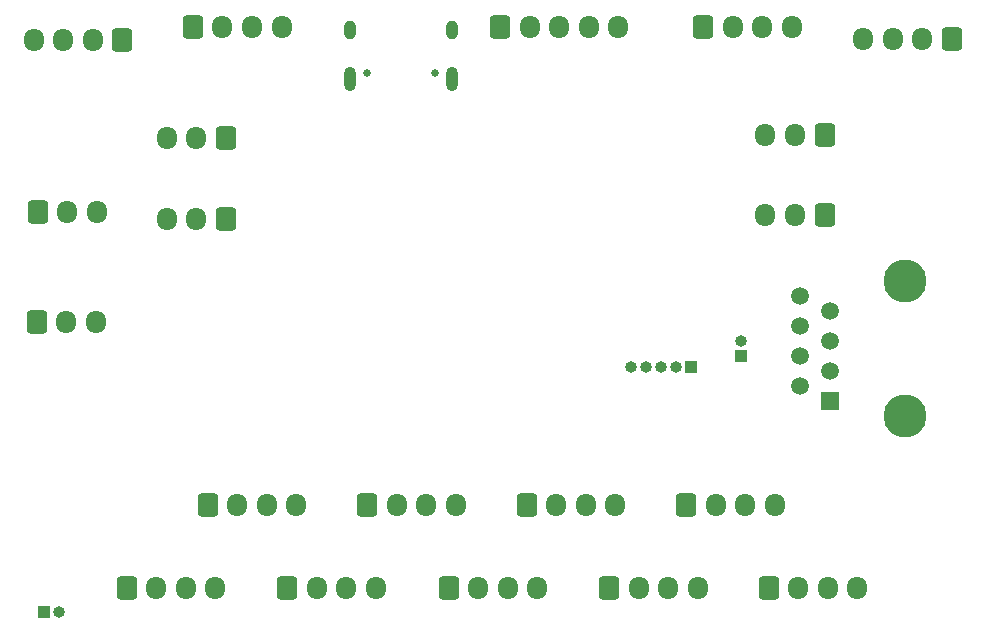
<source format=gbr>
%TF.GenerationSoftware,KiCad,Pcbnew,7.0.10*%
%TF.CreationDate,2024-03-02T05:30:57-08:00*%
%TF.ProjectId,Axion-Board,4178696f-6e2d-4426-9f61-72642e6b6963,rev?*%
%TF.SameCoordinates,Original*%
%TF.FileFunction,Soldermask,Bot*%
%TF.FilePolarity,Negative*%
%FSLAX46Y46*%
G04 Gerber Fmt 4.6, Leading zero omitted, Abs format (unit mm)*
G04 Created by KiCad (PCBNEW 7.0.10) date 2024-03-02 05:30:57*
%MOMM*%
%LPD*%
G01*
G04 APERTURE LIST*
G04 Aperture macros list*
%AMRoundRect*
0 Rectangle with rounded corners*
0 $1 Rounding radius*
0 $2 $3 $4 $5 $6 $7 $8 $9 X,Y pos of 4 corners*
0 Add a 4 corners polygon primitive as box body*
4,1,4,$2,$3,$4,$5,$6,$7,$8,$9,$2,$3,0*
0 Add four circle primitives for the rounded corners*
1,1,$1+$1,$2,$3*
1,1,$1+$1,$4,$5*
1,1,$1+$1,$6,$7*
1,1,$1+$1,$8,$9*
0 Add four rect primitives between the rounded corners*
20,1,$1+$1,$2,$3,$4,$5,0*
20,1,$1+$1,$4,$5,$6,$7,0*
20,1,$1+$1,$6,$7,$8,$9,0*
20,1,$1+$1,$8,$9,$2,$3,0*%
G04 Aperture macros list end*
%ADD10R,1.000000X1.000000*%
%ADD11O,1.000000X1.000000*%
%ADD12RoundRect,0.250000X-0.600000X-0.725000X0.600000X-0.725000X0.600000X0.725000X-0.600000X0.725000X0*%
%ADD13O,1.700000X1.950000*%
%ADD14RoundRect,0.250000X0.600000X0.725000X-0.600000X0.725000X-0.600000X-0.725000X0.600000X-0.725000X0*%
%ADD15C,3.650000*%
%ADD16R,1.500000X1.500000*%
%ADD17C,1.500000*%
%ADD18C,0.650000*%
%ADD19O,1.000000X2.100000*%
%ADD20O,1.000000X1.600000*%
G04 APERTURE END LIST*
D10*
%TO.C,J6*%
X163000000Y-83100000D03*
D11*
X163000000Y-81830000D03*
%TD*%
D10*
%TO.C,J2*%
X158800000Y-84075000D03*
D11*
X157530000Y-84075000D03*
X156260000Y-84075000D03*
X154990000Y-84075000D03*
X153720000Y-84075000D03*
%TD*%
D12*
%TO.C,BTN2*%
X151850000Y-102725000D03*
D13*
X154350000Y-102725000D03*
X156850000Y-102725000D03*
X159350000Y-102725000D03*
%TD*%
D12*
%TO.C,BTN7*%
X117850000Y-95775000D03*
D13*
X120350000Y-95775000D03*
X122850000Y-95775000D03*
X125350000Y-95775000D03*
%TD*%
D12*
%TO.C,BTN0*%
X165350000Y-102725000D03*
D13*
X167850000Y-102725000D03*
X170350000Y-102725000D03*
X172850000Y-102725000D03*
%TD*%
D12*
%TO.C,BTN8*%
X111000000Y-102725000D03*
D13*
X113500000Y-102725000D03*
X116000000Y-102725000D03*
X118500000Y-102725000D03*
%TD*%
D12*
%TO.C,BTN6*%
X124600000Y-102725000D03*
D13*
X127100000Y-102725000D03*
X129600000Y-102725000D03*
X132100000Y-102725000D03*
%TD*%
D12*
%TO.C,J16*%
X103367500Y-80250000D03*
D13*
X105867500Y-80250000D03*
X108367500Y-80250000D03*
%TD*%
D12*
%TO.C,J19*%
X142600000Y-55250000D03*
D13*
X145100000Y-55250000D03*
X147600000Y-55250000D03*
X150100000Y-55250000D03*
X152600000Y-55250000D03*
%TD*%
D14*
%TO.C,J17*%
X180850000Y-56300000D03*
D13*
X178350000Y-56300000D03*
X175850000Y-56300000D03*
X173350000Y-56300000D03*
%TD*%
D12*
%TO.C,J15*%
X103442500Y-70950000D03*
D13*
X105942500Y-70950000D03*
X108442500Y-70950000D03*
%TD*%
D14*
%TO.C,J21*%
X119400000Y-64700000D03*
D13*
X116900000Y-64700000D03*
X114400000Y-64700000D03*
%TD*%
D12*
%TO.C,BTN3*%
X144850000Y-95775000D03*
D13*
X147350000Y-95775000D03*
X149850000Y-95775000D03*
X152350000Y-95775000D03*
%TD*%
D14*
%TO.C,J18*%
X110600000Y-56350000D03*
D13*
X108100000Y-56350000D03*
X105600000Y-56350000D03*
X103100000Y-56350000D03*
%TD*%
D14*
%TO.C,J14*%
X119400000Y-71500000D03*
D13*
X116900000Y-71500000D03*
X114400000Y-71500000D03*
%TD*%
D12*
%TO.C,BTN9*%
X159800000Y-55300000D03*
D13*
X162300000Y-55300000D03*
X164800000Y-55300000D03*
X167300000Y-55300000D03*
%TD*%
D12*
%TO.C,BTN5*%
X131350000Y-95775000D03*
D13*
X133850000Y-95775000D03*
X136350000Y-95775000D03*
X138850000Y-95775000D03*
%TD*%
D14*
%TO.C,J3*%
X170075000Y-71225000D03*
D13*
X167575000Y-71225000D03*
X165075000Y-71225000D03*
%TD*%
D10*
%TO.C,J7*%
X103997500Y-104800000D03*
D11*
X105267500Y-104800000D03*
%TD*%
D15*
%TO.C,J20*%
X176850000Y-88175000D03*
X176850000Y-76745000D03*
D16*
X170500000Y-86905000D03*
D17*
X167960000Y-85635000D03*
X170500000Y-84365000D03*
X167960000Y-83095000D03*
X170500000Y-81825000D03*
X167960000Y-80555000D03*
X170500000Y-79285000D03*
X167960000Y-78015000D03*
%TD*%
D12*
%TO.C,BTN1*%
X158350000Y-95775000D03*
D13*
X160850000Y-95775000D03*
X163350000Y-95775000D03*
X165850000Y-95775000D03*
%TD*%
D18*
%TO.C,J1*%
X137120000Y-59150000D03*
X131340000Y-59150000D03*
D19*
X138550000Y-59680000D03*
D20*
X138550000Y-55500000D03*
D19*
X129910000Y-59680000D03*
D20*
X129910000Y-55500000D03*
%TD*%
D14*
%TO.C,J4*%
X170075000Y-64425000D03*
D13*
X167575000Y-64425000D03*
X165075000Y-64425000D03*
%TD*%
D12*
%TO.C,BTN10*%
X116600000Y-55300000D03*
D13*
X119100000Y-55300000D03*
X121600000Y-55300000D03*
X124100000Y-55300000D03*
%TD*%
D12*
%TO.C,BTN4*%
X138250000Y-102725000D03*
D13*
X140750000Y-102725000D03*
X143250000Y-102725000D03*
X145750000Y-102725000D03*
%TD*%
M02*

</source>
